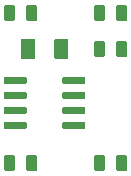
<source format=gtp>
%TF.GenerationSoftware,KiCad,Pcbnew,5.1.5+dfsg1-2build2*%
%TF.CreationDate,2021-05-01T03:04:30+02:00*%
%TF.ProjectId,myocular0.5.1d,6d796f63-756c-4617-9230-2e352e31642e,rev?*%
%TF.SameCoordinates,Original*%
%TF.FileFunction,Paste,Top*%
%TF.FilePolarity,Positive*%
%FSLAX46Y46*%
G04 Gerber Fmt 4.6, Leading zero omitted, Abs format (unit mm)*
G04 Created by KiCad (PCBNEW 5.1.5+dfsg1-2build2) date 2021-05-01 03:04:30*
%MOMM*%
%LPD*%
G04 APERTURE LIST*
%ADD10C,0.100000*%
G04 APERTURE END LIST*
D10*
G36*
X25288703Y-25735722D02*
G01*
X25303264Y-25737882D01*
X25317543Y-25741459D01*
X25331403Y-25746418D01*
X25344710Y-25752712D01*
X25357336Y-25760280D01*
X25369159Y-25769048D01*
X25380066Y-25778934D01*
X25389952Y-25789841D01*
X25398720Y-25801664D01*
X25406288Y-25814290D01*
X25412582Y-25827597D01*
X25417541Y-25841457D01*
X25421118Y-25855736D01*
X25423278Y-25870297D01*
X25424000Y-25885000D01*
X25424000Y-26185000D01*
X25423278Y-26199703D01*
X25421118Y-26214264D01*
X25417541Y-26228543D01*
X25412582Y-26242403D01*
X25406288Y-26255710D01*
X25398720Y-26268336D01*
X25389952Y-26280159D01*
X25380066Y-26291066D01*
X25369159Y-26300952D01*
X25357336Y-26309720D01*
X25344710Y-26317288D01*
X25331403Y-26323582D01*
X25317543Y-26328541D01*
X25303264Y-26332118D01*
X25288703Y-26334278D01*
X25274000Y-26335000D01*
X23624000Y-26335000D01*
X23609297Y-26334278D01*
X23594736Y-26332118D01*
X23580457Y-26328541D01*
X23566597Y-26323582D01*
X23553290Y-26317288D01*
X23540664Y-26309720D01*
X23528841Y-26300952D01*
X23517934Y-26291066D01*
X23508048Y-26280159D01*
X23499280Y-26268336D01*
X23491712Y-26255710D01*
X23485418Y-26242403D01*
X23480459Y-26228543D01*
X23476882Y-26214264D01*
X23474722Y-26199703D01*
X23474000Y-26185000D01*
X23474000Y-25885000D01*
X23474722Y-25870297D01*
X23476882Y-25855736D01*
X23480459Y-25841457D01*
X23485418Y-25827597D01*
X23491712Y-25814290D01*
X23499280Y-25801664D01*
X23508048Y-25789841D01*
X23517934Y-25778934D01*
X23528841Y-25769048D01*
X23540664Y-25760280D01*
X23553290Y-25752712D01*
X23566597Y-25746418D01*
X23580457Y-25741459D01*
X23594736Y-25737882D01*
X23609297Y-25735722D01*
X23624000Y-25735000D01*
X25274000Y-25735000D01*
X25288703Y-25735722D01*
G37*
G36*
X25288703Y-27005722D02*
G01*
X25303264Y-27007882D01*
X25317543Y-27011459D01*
X25331403Y-27016418D01*
X25344710Y-27022712D01*
X25357336Y-27030280D01*
X25369159Y-27039048D01*
X25380066Y-27048934D01*
X25389952Y-27059841D01*
X25398720Y-27071664D01*
X25406288Y-27084290D01*
X25412582Y-27097597D01*
X25417541Y-27111457D01*
X25421118Y-27125736D01*
X25423278Y-27140297D01*
X25424000Y-27155000D01*
X25424000Y-27455000D01*
X25423278Y-27469703D01*
X25421118Y-27484264D01*
X25417541Y-27498543D01*
X25412582Y-27512403D01*
X25406288Y-27525710D01*
X25398720Y-27538336D01*
X25389952Y-27550159D01*
X25380066Y-27561066D01*
X25369159Y-27570952D01*
X25357336Y-27579720D01*
X25344710Y-27587288D01*
X25331403Y-27593582D01*
X25317543Y-27598541D01*
X25303264Y-27602118D01*
X25288703Y-27604278D01*
X25274000Y-27605000D01*
X23624000Y-27605000D01*
X23609297Y-27604278D01*
X23594736Y-27602118D01*
X23580457Y-27598541D01*
X23566597Y-27593582D01*
X23553290Y-27587288D01*
X23540664Y-27579720D01*
X23528841Y-27570952D01*
X23517934Y-27561066D01*
X23508048Y-27550159D01*
X23499280Y-27538336D01*
X23491712Y-27525710D01*
X23485418Y-27512403D01*
X23480459Y-27498543D01*
X23476882Y-27484264D01*
X23474722Y-27469703D01*
X23474000Y-27455000D01*
X23474000Y-27155000D01*
X23474722Y-27140297D01*
X23476882Y-27125736D01*
X23480459Y-27111457D01*
X23485418Y-27097597D01*
X23491712Y-27084290D01*
X23499280Y-27071664D01*
X23508048Y-27059841D01*
X23517934Y-27048934D01*
X23528841Y-27039048D01*
X23540664Y-27030280D01*
X23553290Y-27022712D01*
X23566597Y-27016418D01*
X23580457Y-27011459D01*
X23594736Y-27007882D01*
X23609297Y-27005722D01*
X23624000Y-27005000D01*
X25274000Y-27005000D01*
X25288703Y-27005722D01*
G37*
G36*
X25288703Y-28275722D02*
G01*
X25303264Y-28277882D01*
X25317543Y-28281459D01*
X25331403Y-28286418D01*
X25344710Y-28292712D01*
X25357336Y-28300280D01*
X25369159Y-28309048D01*
X25380066Y-28318934D01*
X25389952Y-28329841D01*
X25398720Y-28341664D01*
X25406288Y-28354290D01*
X25412582Y-28367597D01*
X25417541Y-28381457D01*
X25421118Y-28395736D01*
X25423278Y-28410297D01*
X25424000Y-28425000D01*
X25424000Y-28725000D01*
X25423278Y-28739703D01*
X25421118Y-28754264D01*
X25417541Y-28768543D01*
X25412582Y-28782403D01*
X25406288Y-28795710D01*
X25398720Y-28808336D01*
X25389952Y-28820159D01*
X25380066Y-28831066D01*
X25369159Y-28840952D01*
X25357336Y-28849720D01*
X25344710Y-28857288D01*
X25331403Y-28863582D01*
X25317543Y-28868541D01*
X25303264Y-28872118D01*
X25288703Y-28874278D01*
X25274000Y-28875000D01*
X23624000Y-28875000D01*
X23609297Y-28874278D01*
X23594736Y-28872118D01*
X23580457Y-28868541D01*
X23566597Y-28863582D01*
X23553290Y-28857288D01*
X23540664Y-28849720D01*
X23528841Y-28840952D01*
X23517934Y-28831066D01*
X23508048Y-28820159D01*
X23499280Y-28808336D01*
X23491712Y-28795710D01*
X23485418Y-28782403D01*
X23480459Y-28768543D01*
X23476882Y-28754264D01*
X23474722Y-28739703D01*
X23474000Y-28725000D01*
X23474000Y-28425000D01*
X23474722Y-28410297D01*
X23476882Y-28395736D01*
X23480459Y-28381457D01*
X23485418Y-28367597D01*
X23491712Y-28354290D01*
X23499280Y-28341664D01*
X23508048Y-28329841D01*
X23517934Y-28318934D01*
X23528841Y-28309048D01*
X23540664Y-28300280D01*
X23553290Y-28292712D01*
X23566597Y-28286418D01*
X23580457Y-28281459D01*
X23594736Y-28277882D01*
X23609297Y-28275722D01*
X23624000Y-28275000D01*
X25274000Y-28275000D01*
X25288703Y-28275722D01*
G37*
G36*
X25288703Y-29545722D02*
G01*
X25303264Y-29547882D01*
X25317543Y-29551459D01*
X25331403Y-29556418D01*
X25344710Y-29562712D01*
X25357336Y-29570280D01*
X25369159Y-29579048D01*
X25380066Y-29588934D01*
X25389952Y-29599841D01*
X25398720Y-29611664D01*
X25406288Y-29624290D01*
X25412582Y-29637597D01*
X25417541Y-29651457D01*
X25421118Y-29665736D01*
X25423278Y-29680297D01*
X25424000Y-29695000D01*
X25424000Y-29995000D01*
X25423278Y-30009703D01*
X25421118Y-30024264D01*
X25417541Y-30038543D01*
X25412582Y-30052403D01*
X25406288Y-30065710D01*
X25398720Y-30078336D01*
X25389952Y-30090159D01*
X25380066Y-30101066D01*
X25369159Y-30110952D01*
X25357336Y-30119720D01*
X25344710Y-30127288D01*
X25331403Y-30133582D01*
X25317543Y-30138541D01*
X25303264Y-30142118D01*
X25288703Y-30144278D01*
X25274000Y-30145000D01*
X23624000Y-30145000D01*
X23609297Y-30144278D01*
X23594736Y-30142118D01*
X23580457Y-30138541D01*
X23566597Y-30133582D01*
X23553290Y-30127288D01*
X23540664Y-30119720D01*
X23528841Y-30110952D01*
X23517934Y-30101066D01*
X23508048Y-30090159D01*
X23499280Y-30078336D01*
X23491712Y-30065710D01*
X23485418Y-30052403D01*
X23480459Y-30038543D01*
X23476882Y-30024264D01*
X23474722Y-30009703D01*
X23474000Y-29995000D01*
X23474000Y-29695000D01*
X23474722Y-29680297D01*
X23476882Y-29665736D01*
X23480459Y-29651457D01*
X23485418Y-29637597D01*
X23491712Y-29624290D01*
X23499280Y-29611664D01*
X23508048Y-29599841D01*
X23517934Y-29588934D01*
X23528841Y-29579048D01*
X23540664Y-29570280D01*
X23553290Y-29562712D01*
X23566597Y-29556418D01*
X23580457Y-29551459D01*
X23594736Y-29547882D01*
X23609297Y-29545722D01*
X23624000Y-29545000D01*
X25274000Y-29545000D01*
X25288703Y-29545722D01*
G37*
G36*
X30238703Y-29545722D02*
G01*
X30253264Y-29547882D01*
X30267543Y-29551459D01*
X30281403Y-29556418D01*
X30294710Y-29562712D01*
X30307336Y-29570280D01*
X30319159Y-29579048D01*
X30330066Y-29588934D01*
X30339952Y-29599841D01*
X30348720Y-29611664D01*
X30356288Y-29624290D01*
X30362582Y-29637597D01*
X30367541Y-29651457D01*
X30371118Y-29665736D01*
X30373278Y-29680297D01*
X30374000Y-29695000D01*
X30374000Y-29995000D01*
X30373278Y-30009703D01*
X30371118Y-30024264D01*
X30367541Y-30038543D01*
X30362582Y-30052403D01*
X30356288Y-30065710D01*
X30348720Y-30078336D01*
X30339952Y-30090159D01*
X30330066Y-30101066D01*
X30319159Y-30110952D01*
X30307336Y-30119720D01*
X30294710Y-30127288D01*
X30281403Y-30133582D01*
X30267543Y-30138541D01*
X30253264Y-30142118D01*
X30238703Y-30144278D01*
X30224000Y-30145000D01*
X28574000Y-30145000D01*
X28559297Y-30144278D01*
X28544736Y-30142118D01*
X28530457Y-30138541D01*
X28516597Y-30133582D01*
X28503290Y-30127288D01*
X28490664Y-30119720D01*
X28478841Y-30110952D01*
X28467934Y-30101066D01*
X28458048Y-30090159D01*
X28449280Y-30078336D01*
X28441712Y-30065710D01*
X28435418Y-30052403D01*
X28430459Y-30038543D01*
X28426882Y-30024264D01*
X28424722Y-30009703D01*
X28424000Y-29995000D01*
X28424000Y-29695000D01*
X28424722Y-29680297D01*
X28426882Y-29665736D01*
X28430459Y-29651457D01*
X28435418Y-29637597D01*
X28441712Y-29624290D01*
X28449280Y-29611664D01*
X28458048Y-29599841D01*
X28467934Y-29588934D01*
X28478841Y-29579048D01*
X28490664Y-29570280D01*
X28503290Y-29562712D01*
X28516597Y-29556418D01*
X28530457Y-29551459D01*
X28544736Y-29547882D01*
X28559297Y-29545722D01*
X28574000Y-29545000D01*
X30224000Y-29545000D01*
X30238703Y-29545722D01*
G37*
G36*
X30238703Y-28275722D02*
G01*
X30253264Y-28277882D01*
X30267543Y-28281459D01*
X30281403Y-28286418D01*
X30294710Y-28292712D01*
X30307336Y-28300280D01*
X30319159Y-28309048D01*
X30330066Y-28318934D01*
X30339952Y-28329841D01*
X30348720Y-28341664D01*
X30356288Y-28354290D01*
X30362582Y-28367597D01*
X30367541Y-28381457D01*
X30371118Y-28395736D01*
X30373278Y-28410297D01*
X30374000Y-28425000D01*
X30374000Y-28725000D01*
X30373278Y-28739703D01*
X30371118Y-28754264D01*
X30367541Y-28768543D01*
X30362582Y-28782403D01*
X30356288Y-28795710D01*
X30348720Y-28808336D01*
X30339952Y-28820159D01*
X30330066Y-28831066D01*
X30319159Y-28840952D01*
X30307336Y-28849720D01*
X30294710Y-28857288D01*
X30281403Y-28863582D01*
X30267543Y-28868541D01*
X30253264Y-28872118D01*
X30238703Y-28874278D01*
X30224000Y-28875000D01*
X28574000Y-28875000D01*
X28559297Y-28874278D01*
X28544736Y-28872118D01*
X28530457Y-28868541D01*
X28516597Y-28863582D01*
X28503290Y-28857288D01*
X28490664Y-28849720D01*
X28478841Y-28840952D01*
X28467934Y-28831066D01*
X28458048Y-28820159D01*
X28449280Y-28808336D01*
X28441712Y-28795710D01*
X28435418Y-28782403D01*
X28430459Y-28768543D01*
X28426882Y-28754264D01*
X28424722Y-28739703D01*
X28424000Y-28725000D01*
X28424000Y-28425000D01*
X28424722Y-28410297D01*
X28426882Y-28395736D01*
X28430459Y-28381457D01*
X28435418Y-28367597D01*
X28441712Y-28354290D01*
X28449280Y-28341664D01*
X28458048Y-28329841D01*
X28467934Y-28318934D01*
X28478841Y-28309048D01*
X28490664Y-28300280D01*
X28503290Y-28292712D01*
X28516597Y-28286418D01*
X28530457Y-28281459D01*
X28544736Y-28277882D01*
X28559297Y-28275722D01*
X28574000Y-28275000D01*
X30224000Y-28275000D01*
X30238703Y-28275722D01*
G37*
G36*
X30238703Y-27005722D02*
G01*
X30253264Y-27007882D01*
X30267543Y-27011459D01*
X30281403Y-27016418D01*
X30294710Y-27022712D01*
X30307336Y-27030280D01*
X30319159Y-27039048D01*
X30330066Y-27048934D01*
X30339952Y-27059841D01*
X30348720Y-27071664D01*
X30356288Y-27084290D01*
X30362582Y-27097597D01*
X30367541Y-27111457D01*
X30371118Y-27125736D01*
X30373278Y-27140297D01*
X30374000Y-27155000D01*
X30374000Y-27455000D01*
X30373278Y-27469703D01*
X30371118Y-27484264D01*
X30367541Y-27498543D01*
X30362582Y-27512403D01*
X30356288Y-27525710D01*
X30348720Y-27538336D01*
X30339952Y-27550159D01*
X30330066Y-27561066D01*
X30319159Y-27570952D01*
X30307336Y-27579720D01*
X30294710Y-27587288D01*
X30281403Y-27593582D01*
X30267543Y-27598541D01*
X30253264Y-27602118D01*
X30238703Y-27604278D01*
X30224000Y-27605000D01*
X28574000Y-27605000D01*
X28559297Y-27604278D01*
X28544736Y-27602118D01*
X28530457Y-27598541D01*
X28516597Y-27593582D01*
X28503290Y-27587288D01*
X28490664Y-27579720D01*
X28478841Y-27570952D01*
X28467934Y-27561066D01*
X28458048Y-27550159D01*
X28449280Y-27538336D01*
X28441712Y-27525710D01*
X28435418Y-27512403D01*
X28430459Y-27498543D01*
X28426882Y-27484264D01*
X28424722Y-27469703D01*
X28424000Y-27455000D01*
X28424000Y-27155000D01*
X28424722Y-27140297D01*
X28426882Y-27125736D01*
X28430459Y-27111457D01*
X28435418Y-27097597D01*
X28441712Y-27084290D01*
X28449280Y-27071664D01*
X28458048Y-27059841D01*
X28467934Y-27048934D01*
X28478841Y-27039048D01*
X28490664Y-27030280D01*
X28503290Y-27022712D01*
X28516597Y-27016418D01*
X28530457Y-27011459D01*
X28544736Y-27007882D01*
X28559297Y-27005722D01*
X28574000Y-27005000D01*
X30224000Y-27005000D01*
X30238703Y-27005722D01*
G37*
G36*
X30238703Y-25735722D02*
G01*
X30253264Y-25737882D01*
X30267543Y-25741459D01*
X30281403Y-25746418D01*
X30294710Y-25752712D01*
X30307336Y-25760280D01*
X30319159Y-25769048D01*
X30330066Y-25778934D01*
X30339952Y-25789841D01*
X30348720Y-25801664D01*
X30356288Y-25814290D01*
X30362582Y-25827597D01*
X30367541Y-25841457D01*
X30371118Y-25855736D01*
X30373278Y-25870297D01*
X30374000Y-25885000D01*
X30374000Y-26185000D01*
X30373278Y-26199703D01*
X30371118Y-26214264D01*
X30367541Y-26228543D01*
X30362582Y-26242403D01*
X30356288Y-26255710D01*
X30348720Y-26268336D01*
X30339952Y-26280159D01*
X30330066Y-26291066D01*
X30319159Y-26300952D01*
X30307336Y-26309720D01*
X30294710Y-26317288D01*
X30281403Y-26323582D01*
X30267543Y-26328541D01*
X30253264Y-26332118D01*
X30238703Y-26334278D01*
X30224000Y-26335000D01*
X28574000Y-26335000D01*
X28559297Y-26334278D01*
X28544736Y-26332118D01*
X28530457Y-26328541D01*
X28516597Y-26323582D01*
X28503290Y-26317288D01*
X28490664Y-26309720D01*
X28478841Y-26300952D01*
X28467934Y-26291066D01*
X28458048Y-26280159D01*
X28449280Y-26268336D01*
X28441712Y-26255710D01*
X28435418Y-26242403D01*
X28430459Y-26228543D01*
X28426882Y-26214264D01*
X28424722Y-26199703D01*
X28424000Y-26185000D01*
X28424000Y-25885000D01*
X28424722Y-25870297D01*
X28426882Y-25855736D01*
X28430459Y-25841457D01*
X28435418Y-25827597D01*
X28441712Y-25814290D01*
X28449280Y-25801664D01*
X28458048Y-25789841D01*
X28467934Y-25778934D01*
X28478841Y-25769048D01*
X28490664Y-25760280D01*
X28503290Y-25752712D01*
X28516597Y-25746418D01*
X28530457Y-25741459D01*
X28544736Y-25737882D01*
X28559297Y-25735722D01*
X28574000Y-25735000D01*
X30224000Y-25735000D01*
X30238703Y-25735722D01*
G37*
G36*
X31842142Y-32321174D02*
G01*
X31865803Y-32324684D01*
X31889007Y-32330496D01*
X31911529Y-32338554D01*
X31933153Y-32348782D01*
X31953670Y-32361079D01*
X31972883Y-32375329D01*
X31990607Y-32391393D01*
X32006671Y-32409117D01*
X32020921Y-32428330D01*
X32033218Y-32448847D01*
X32043446Y-32470471D01*
X32051504Y-32492993D01*
X32057316Y-32516197D01*
X32060826Y-32539858D01*
X32062000Y-32563750D01*
X32062000Y-33476250D01*
X32060826Y-33500142D01*
X32057316Y-33523803D01*
X32051504Y-33547007D01*
X32043446Y-33569529D01*
X32033218Y-33591153D01*
X32020921Y-33611670D01*
X32006671Y-33630883D01*
X31990607Y-33648607D01*
X31972883Y-33664671D01*
X31953670Y-33678921D01*
X31933153Y-33691218D01*
X31911529Y-33701446D01*
X31889007Y-33709504D01*
X31865803Y-33715316D01*
X31842142Y-33718826D01*
X31818250Y-33720000D01*
X31330750Y-33720000D01*
X31306858Y-33718826D01*
X31283197Y-33715316D01*
X31259993Y-33709504D01*
X31237471Y-33701446D01*
X31215847Y-33691218D01*
X31195330Y-33678921D01*
X31176117Y-33664671D01*
X31158393Y-33648607D01*
X31142329Y-33630883D01*
X31128079Y-33611670D01*
X31115782Y-33591153D01*
X31105554Y-33569529D01*
X31097496Y-33547007D01*
X31091684Y-33523803D01*
X31088174Y-33500142D01*
X31087000Y-33476250D01*
X31087000Y-32563750D01*
X31088174Y-32539858D01*
X31091684Y-32516197D01*
X31097496Y-32492993D01*
X31105554Y-32470471D01*
X31115782Y-32448847D01*
X31128079Y-32428330D01*
X31142329Y-32409117D01*
X31158393Y-32391393D01*
X31176117Y-32375329D01*
X31195330Y-32361079D01*
X31215847Y-32348782D01*
X31237471Y-32338554D01*
X31259993Y-32330496D01*
X31283197Y-32324684D01*
X31306858Y-32321174D01*
X31330750Y-32320000D01*
X31818250Y-32320000D01*
X31842142Y-32321174D01*
G37*
G36*
X33717142Y-32321174D02*
G01*
X33740803Y-32324684D01*
X33764007Y-32330496D01*
X33786529Y-32338554D01*
X33808153Y-32348782D01*
X33828670Y-32361079D01*
X33847883Y-32375329D01*
X33865607Y-32391393D01*
X33881671Y-32409117D01*
X33895921Y-32428330D01*
X33908218Y-32448847D01*
X33918446Y-32470471D01*
X33926504Y-32492993D01*
X33932316Y-32516197D01*
X33935826Y-32539858D01*
X33937000Y-32563750D01*
X33937000Y-33476250D01*
X33935826Y-33500142D01*
X33932316Y-33523803D01*
X33926504Y-33547007D01*
X33918446Y-33569529D01*
X33908218Y-33591153D01*
X33895921Y-33611670D01*
X33881671Y-33630883D01*
X33865607Y-33648607D01*
X33847883Y-33664671D01*
X33828670Y-33678921D01*
X33808153Y-33691218D01*
X33786529Y-33701446D01*
X33764007Y-33709504D01*
X33740803Y-33715316D01*
X33717142Y-33718826D01*
X33693250Y-33720000D01*
X33205750Y-33720000D01*
X33181858Y-33718826D01*
X33158197Y-33715316D01*
X33134993Y-33709504D01*
X33112471Y-33701446D01*
X33090847Y-33691218D01*
X33070330Y-33678921D01*
X33051117Y-33664671D01*
X33033393Y-33648607D01*
X33017329Y-33630883D01*
X33003079Y-33611670D01*
X32990782Y-33591153D01*
X32980554Y-33569529D01*
X32972496Y-33547007D01*
X32966684Y-33523803D01*
X32963174Y-33500142D01*
X32962000Y-33476250D01*
X32962000Y-32563750D01*
X32963174Y-32539858D01*
X32966684Y-32516197D01*
X32972496Y-32492993D01*
X32980554Y-32470471D01*
X32990782Y-32448847D01*
X33003079Y-32428330D01*
X33017329Y-32409117D01*
X33033393Y-32391393D01*
X33051117Y-32375329D01*
X33070330Y-32361079D01*
X33090847Y-32348782D01*
X33112471Y-32338554D01*
X33134993Y-32330496D01*
X33158197Y-32324684D01*
X33181858Y-32321174D01*
X33205750Y-32320000D01*
X33693250Y-32320000D01*
X33717142Y-32321174D01*
G37*
G36*
X31842142Y-19621174D02*
G01*
X31865803Y-19624684D01*
X31889007Y-19630496D01*
X31911529Y-19638554D01*
X31933153Y-19648782D01*
X31953670Y-19661079D01*
X31972883Y-19675329D01*
X31990607Y-19691393D01*
X32006671Y-19709117D01*
X32020921Y-19728330D01*
X32033218Y-19748847D01*
X32043446Y-19770471D01*
X32051504Y-19792993D01*
X32057316Y-19816197D01*
X32060826Y-19839858D01*
X32062000Y-19863750D01*
X32062000Y-20776250D01*
X32060826Y-20800142D01*
X32057316Y-20823803D01*
X32051504Y-20847007D01*
X32043446Y-20869529D01*
X32033218Y-20891153D01*
X32020921Y-20911670D01*
X32006671Y-20930883D01*
X31990607Y-20948607D01*
X31972883Y-20964671D01*
X31953670Y-20978921D01*
X31933153Y-20991218D01*
X31911529Y-21001446D01*
X31889007Y-21009504D01*
X31865803Y-21015316D01*
X31842142Y-21018826D01*
X31818250Y-21020000D01*
X31330750Y-21020000D01*
X31306858Y-21018826D01*
X31283197Y-21015316D01*
X31259993Y-21009504D01*
X31237471Y-21001446D01*
X31215847Y-20991218D01*
X31195330Y-20978921D01*
X31176117Y-20964671D01*
X31158393Y-20948607D01*
X31142329Y-20930883D01*
X31128079Y-20911670D01*
X31115782Y-20891153D01*
X31105554Y-20869529D01*
X31097496Y-20847007D01*
X31091684Y-20823803D01*
X31088174Y-20800142D01*
X31087000Y-20776250D01*
X31087000Y-19863750D01*
X31088174Y-19839858D01*
X31091684Y-19816197D01*
X31097496Y-19792993D01*
X31105554Y-19770471D01*
X31115782Y-19748847D01*
X31128079Y-19728330D01*
X31142329Y-19709117D01*
X31158393Y-19691393D01*
X31176117Y-19675329D01*
X31195330Y-19661079D01*
X31215847Y-19648782D01*
X31237471Y-19638554D01*
X31259993Y-19630496D01*
X31283197Y-19624684D01*
X31306858Y-19621174D01*
X31330750Y-19620000D01*
X31818250Y-19620000D01*
X31842142Y-19621174D01*
G37*
G36*
X33717142Y-19621174D02*
G01*
X33740803Y-19624684D01*
X33764007Y-19630496D01*
X33786529Y-19638554D01*
X33808153Y-19648782D01*
X33828670Y-19661079D01*
X33847883Y-19675329D01*
X33865607Y-19691393D01*
X33881671Y-19709117D01*
X33895921Y-19728330D01*
X33908218Y-19748847D01*
X33918446Y-19770471D01*
X33926504Y-19792993D01*
X33932316Y-19816197D01*
X33935826Y-19839858D01*
X33937000Y-19863750D01*
X33937000Y-20776250D01*
X33935826Y-20800142D01*
X33932316Y-20823803D01*
X33926504Y-20847007D01*
X33918446Y-20869529D01*
X33908218Y-20891153D01*
X33895921Y-20911670D01*
X33881671Y-20930883D01*
X33865607Y-20948607D01*
X33847883Y-20964671D01*
X33828670Y-20978921D01*
X33808153Y-20991218D01*
X33786529Y-21001446D01*
X33764007Y-21009504D01*
X33740803Y-21015316D01*
X33717142Y-21018826D01*
X33693250Y-21020000D01*
X33205750Y-21020000D01*
X33181858Y-21018826D01*
X33158197Y-21015316D01*
X33134993Y-21009504D01*
X33112471Y-21001446D01*
X33090847Y-20991218D01*
X33070330Y-20978921D01*
X33051117Y-20964671D01*
X33033393Y-20948607D01*
X33017329Y-20930883D01*
X33003079Y-20911670D01*
X32990782Y-20891153D01*
X32980554Y-20869529D01*
X32972496Y-20847007D01*
X32966684Y-20823803D01*
X32963174Y-20800142D01*
X32962000Y-20776250D01*
X32962000Y-19863750D01*
X32963174Y-19839858D01*
X32966684Y-19816197D01*
X32972496Y-19792993D01*
X32980554Y-19770471D01*
X32990782Y-19748847D01*
X33003079Y-19728330D01*
X33017329Y-19709117D01*
X33033393Y-19691393D01*
X33051117Y-19675329D01*
X33070330Y-19661079D01*
X33090847Y-19648782D01*
X33112471Y-19638554D01*
X33134993Y-19630496D01*
X33158197Y-19624684D01*
X33181858Y-19621174D01*
X33205750Y-19620000D01*
X33693250Y-19620000D01*
X33717142Y-19621174D01*
G37*
G36*
X25923504Y-22494204D02*
G01*
X25947773Y-22497804D01*
X25971571Y-22503765D01*
X25994671Y-22512030D01*
X26016849Y-22522520D01*
X26037893Y-22535133D01*
X26057598Y-22549747D01*
X26075777Y-22566223D01*
X26092253Y-22584402D01*
X26106867Y-22604107D01*
X26119480Y-22625151D01*
X26129970Y-22647329D01*
X26138235Y-22670429D01*
X26144196Y-22694227D01*
X26147796Y-22718496D01*
X26149000Y-22743000D01*
X26149000Y-23993000D01*
X26147796Y-24017504D01*
X26144196Y-24041773D01*
X26138235Y-24065571D01*
X26129970Y-24088671D01*
X26119480Y-24110849D01*
X26106867Y-24131893D01*
X26092253Y-24151598D01*
X26075777Y-24169777D01*
X26057598Y-24186253D01*
X26037893Y-24200867D01*
X26016849Y-24213480D01*
X25994671Y-24223970D01*
X25971571Y-24232235D01*
X25947773Y-24238196D01*
X25923504Y-24241796D01*
X25899000Y-24243000D01*
X25149000Y-24243000D01*
X25124496Y-24241796D01*
X25100227Y-24238196D01*
X25076429Y-24232235D01*
X25053329Y-24223970D01*
X25031151Y-24213480D01*
X25010107Y-24200867D01*
X24990402Y-24186253D01*
X24972223Y-24169777D01*
X24955747Y-24151598D01*
X24941133Y-24131893D01*
X24928520Y-24110849D01*
X24918030Y-24088671D01*
X24909765Y-24065571D01*
X24903804Y-24041773D01*
X24900204Y-24017504D01*
X24899000Y-23993000D01*
X24899000Y-22743000D01*
X24900204Y-22718496D01*
X24903804Y-22694227D01*
X24909765Y-22670429D01*
X24918030Y-22647329D01*
X24928520Y-22625151D01*
X24941133Y-22604107D01*
X24955747Y-22584402D01*
X24972223Y-22566223D01*
X24990402Y-22549747D01*
X25010107Y-22535133D01*
X25031151Y-22522520D01*
X25053329Y-22512030D01*
X25076429Y-22503765D01*
X25100227Y-22497804D01*
X25124496Y-22494204D01*
X25149000Y-22493000D01*
X25899000Y-22493000D01*
X25923504Y-22494204D01*
G37*
G36*
X28723504Y-22494204D02*
G01*
X28747773Y-22497804D01*
X28771571Y-22503765D01*
X28794671Y-22512030D01*
X28816849Y-22522520D01*
X28837893Y-22535133D01*
X28857598Y-22549747D01*
X28875777Y-22566223D01*
X28892253Y-22584402D01*
X28906867Y-22604107D01*
X28919480Y-22625151D01*
X28929970Y-22647329D01*
X28938235Y-22670429D01*
X28944196Y-22694227D01*
X28947796Y-22718496D01*
X28949000Y-22743000D01*
X28949000Y-23993000D01*
X28947796Y-24017504D01*
X28944196Y-24041773D01*
X28938235Y-24065571D01*
X28929970Y-24088671D01*
X28919480Y-24110849D01*
X28906867Y-24131893D01*
X28892253Y-24151598D01*
X28875777Y-24169777D01*
X28857598Y-24186253D01*
X28837893Y-24200867D01*
X28816849Y-24213480D01*
X28794671Y-24223970D01*
X28771571Y-24232235D01*
X28747773Y-24238196D01*
X28723504Y-24241796D01*
X28699000Y-24243000D01*
X27949000Y-24243000D01*
X27924496Y-24241796D01*
X27900227Y-24238196D01*
X27876429Y-24232235D01*
X27853329Y-24223970D01*
X27831151Y-24213480D01*
X27810107Y-24200867D01*
X27790402Y-24186253D01*
X27772223Y-24169777D01*
X27755747Y-24151598D01*
X27741133Y-24131893D01*
X27728520Y-24110849D01*
X27718030Y-24088671D01*
X27709765Y-24065571D01*
X27703804Y-24041773D01*
X27700204Y-24017504D01*
X27699000Y-23993000D01*
X27699000Y-22743000D01*
X27700204Y-22718496D01*
X27703804Y-22694227D01*
X27709765Y-22670429D01*
X27718030Y-22647329D01*
X27728520Y-22625151D01*
X27741133Y-22604107D01*
X27755747Y-22584402D01*
X27772223Y-22566223D01*
X27790402Y-22549747D01*
X27810107Y-22535133D01*
X27831151Y-22522520D01*
X27853329Y-22512030D01*
X27876429Y-22503765D01*
X27900227Y-22497804D01*
X27924496Y-22494204D01*
X27949000Y-22493000D01*
X28699000Y-22493000D01*
X28723504Y-22494204D01*
G37*
G36*
X24222142Y-32321174D02*
G01*
X24245803Y-32324684D01*
X24269007Y-32330496D01*
X24291529Y-32338554D01*
X24313153Y-32348782D01*
X24333670Y-32361079D01*
X24352883Y-32375329D01*
X24370607Y-32391393D01*
X24386671Y-32409117D01*
X24400921Y-32428330D01*
X24413218Y-32448847D01*
X24423446Y-32470471D01*
X24431504Y-32492993D01*
X24437316Y-32516197D01*
X24440826Y-32539858D01*
X24442000Y-32563750D01*
X24442000Y-33476250D01*
X24440826Y-33500142D01*
X24437316Y-33523803D01*
X24431504Y-33547007D01*
X24423446Y-33569529D01*
X24413218Y-33591153D01*
X24400921Y-33611670D01*
X24386671Y-33630883D01*
X24370607Y-33648607D01*
X24352883Y-33664671D01*
X24333670Y-33678921D01*
X24313153Y-33691218D01*
X24291529Y-33701446D01*
X24269007Y-33709504D01*
X24245803Y-33715316D01*
X24222142Y-33718826D01*
X24198250Y-33720000D01*
X23710750Y-33720000D01*
X23686858Y-33718826D01*
X23663197Y-33715316D01*
X23639993Y-33709504D01*
X23617471Y-33701446D01*
X23595847Y-33691218D01*
X23575330Y-33678921D01*
X23556117Y-33664671D01*
X23538393Y-33648607D01*
X23522329Y-33630883D01*
X23508079Y-33611670D01*
X23495782Y-33591153D01*
X23485554Y-33569529D01*
X23477496Y-33547007D01*
X23471684Y-33523803D01*
X23468174Y-33500142D01*
X23467000Y-33476250D01*
X23467000Y-32563750D01*
X23468174Y-32539858D01*
X23471684Y-32516197D01*
X23477496Y-32492993D01*
X23485554Y-32470471D01*
X23495782Y-32448847D01*
X23508079Y-32428330D01*
X23522329Y-32409117D01*
X23538393Y-32391393D01*
X23556117Y-32375329D01*
X23575330Y-32361079D01*
X23595847Y-32348782D01*
X23617471Y-32338554D01*
X23639993Y-32330496D01*
X23663197Y-32324684D01*
X23686858Y-32321174D01*
X23710750Y-32320000D01*
X24198250Y-32320000D01*
X24222142Y-32321174D01*
G37*
G36*
X26097142Y-32321174D02*
G01*
X26120803Y-32324684D01*
X26144007Y-32330496D01*
X26166529Y-32338554D01*
X26188153Y-32348782D01*
X26208670Y-32361079D01*
X26227883Y-32375329D01*
X26245607Y-32391393D01*
X26261671Y-32409117D01*
X26275921Y-32428330D01*
X26288218Y-32448847D01*
X26298446Y-32470471D01*
X26306504Y-32492993D01*
X26312316Y-32516197D01*
X26315826Y-32539858D01*
X26317000Y-32563750D01*
X26317000Y-33476250D01*
X26315826Y-33500142D01*
X26312316Y-33523803D01*
X26306504Y-33547007D01*
X26298446Y-33569529D01*
X26288218Y-33591153D01*
X26275921Y-33611670D01*
X26261671Y-33630883D01*
X26245607Y-33648607D01*
X26227883Y-33664671D01*
X26208670Y-33678921D01*
X26188153Y-33691218D01*
X26166529Y-33701446D01*
X26144007Y-33709504D01*
X26120803Y-33715316D01*
X26097142Y-33718826D01*
X26073250Y-33720000D01*
X25585750Y-33720000D01*
X25561858Y-33718826D01*
X25538197Y-33715316D01*
X25514993Y-33709504D01*
X25492471Y-33701446D01*
X25470847Y-33691218D01*
X25450330Y-33678921D01*
X25431117Y-33664671D01*
X25413393Y-33648607D01*
X25397329Y-33630883D01*
X25383079Y-33611670D01*
X25370782Y-33591153D01*
X25360554Y-33569529D01*
X25352496Y-33547007D01*
X25346684Y-33523803D01*
X25343174Y-33500142D01*
X25342000Y-33476250D01*
X25342000Y-32563750D01*
X25343174Y-32539858D01*
X25346684Y-32516197D01*
X25352496Y-32492993D01*
X25360554Y-32470471D01*
X25370782Y-32448847D01*
X25383079Y-32428330D01*
X25397329Y-32409117D01*
X25413393Y-32391393D01*
X25431117Y-32375329D01*
X25450330Y-32361079D01*
X25470847Y-32348782D01*
X25492471Y-32338554D01*
X25514993Y-32330496D01*
X25538197Y-32324684D01*
X25561858Y-32321174D01*
X25585750Y-32320000D01*
X26073250Y-32320000D01*
X26097142Y-32321174D01*
G37*
G36*
X31842142Y-22669174D02*
G01*
X31865803Y-22672684D01*
X31889007Y-22678496D01*
X31911529Y-22686554D01*
X31933153Y-22696782D01*
X31953670Y-22709079D01*
X31972883Y-22723329D01*
X31990607Y-22739393D01*
X32006671Y-22757117D01*
X32020921Y-22776330D01*
X32033218Y-22796847D01*
X32043446Y-22818471D01*
X32051504Y-22840993D01*
X32057316Y-22864197D01*
X32060826Y-22887858D01*
X32062000Y-22911750D01*
X32062000Y-23824250D01*
X32060826Y-23848142D01*
X32057316Y-23871803D01*
X32051504Y-23895007D01*
X32043446Y-23917529D01*
X32033218Y-23939153D01*
X32020921Y-23959670D01*
X32006671Y-23978883D01*
X31990607Y-23996607D01*
X31972883Y-24012671D01*
X31953670Y-24026921D01*
X31933153Y-24039218D01*
X31911529Y-24049446D01*
X31889007Y-24057504D01*
X31865803Y-24063316D01*
X31842142Y-24066826D01*
X31818250Y-24068000D01*
X31330750Y-24068000D01*
X31306858Y-24066826D01*
X31283197Y-24063316D01*
X31259993Y-24057504D01*
X31237471Y-24049446D01*
X31215847Y-24039218D01*
X31195330Y-24026921D01*
X31176117Y-24012671D01*
X31158393Y-23996607D01*
X31142329Y-23978883D01*
X31128079Y-23959670D01*
X31115782Y-23939153D01*
X31105554Y-23917529D01*
X31097496Y-23895007D01*
X31091684Y-23871803D01*
X31088174Y-23848142D01*
X31087000Y-23824250D01*
X31087000Y-22911750D01*
X31088174Y-22887858D01*
X31091684Y-22864197D01*
X31097496Y-22840993D01*
X31105554Y-22818471D01*
X31115782Y-22796847D01*
X31128079Y-22776330D01*
X31142329Y-22757117D01*
X31158393Y-22739393D01*
X31176117Y-22723329D01*
X31195330Y-22709079D01*
X31215847Y-22696782D01*
X31237471Y-22686554D01*
X31259993Y-22678496D01*
X31283197Y-22672684D01*
X31306858Y-22669174D01*
X31330750Y-22668000D01*
X31818250Y-22668000D01*
X31842142Y-22669174D01*
G37*
G36*
X33717142Y-22669174D02*
G01*
X33740803Y-22672684D01*
X33764007Y-22678496D01*
X33786529Y-22686554D01*
X33808153Y-22696782D01*
X33828670Y-22709079D01*
X33847883Y-22723329D01*
X33865607Y-22739393D01*
X33881671Y-22757117D01*
X33895921Y-22776330D01*
X33908218Y-22796847D01*
X33918446Y-22818471D01*
X33926504Y-22840993D01*
X33932316Y-22864197D01*
X33935826Y-22887858D01*
X33937000Y-22911750D01*
X33937000Y-23824250D01*
X33935826Y-23848142D01*
X33932316Y-23871803D01*
X33926504Y-23895007D01*
X33918446Y-23917529D01*
X33908218Y-23939153D01*
X33895921Y-23959670D01*
X33881671Y-23978883D01*
X33865607Y-23996607D01*
X33847883Y-24012671D01*
X33828670Y-24026921D01*
X33808153Y-24039218D01*
X33786529Y-24049446D01*
X33764007Y-24057504D01*
X33740803Y-24063316D01*
X33717142Y-24066826D01*
X33693250Y-24068000D01*
X33205750Y-24068000D01*
X33181858Y-24066826D01*
X33158197Y-24063316D01*
X33134993Y-24057504D01*
X33112471Y-24049446D01*
X33090847Y-24039218D01*
X33070330Y-24026921D01*
X33051117Y-24012671D01*
X33033393Y-23996607D01*
X33017329Y-23978883D01*
X33003079Y-23959670D01*
X32990782Y-23939153D01*
X32980554Y-23917529D01*
X32972496Y-23895007D01*
X32966684Y-23871803D01*
X32963174Y-23848142D01*
X32962000Y-23824250D01*
X32962000Y-22911750D01*
X32963174Y-22887858D01*
X32966684Y-22864197D01*
X32972496Y-22840993D01*
X32980554Y-22818471D01*
X32990782Y-22796847D01*
X33003079Y-22776330D01*
X33017329Y-22757117D01*
X33033393Y-22739393D01*
X33051117Y-22723329D01*
X33070330Y-22709079D01*
X33090847Y-22696782D01*
X33112471Y-22686554D01*
X33134993Y-22678496D01*
X33158197Y-22672684D01*
X33181858Y-22669174D01*
X33205750Y-22668000D01*
X33693250Y-22668000D01*
X33717142Y-22669174D01*
G37*
G36*
X26097142Y-19621174D02*
G01*
X26120803Y-19624684D01*
X26144007Y-19630496D01*
X26166529Y-19638554D01*
X26188153Y-19648782D01*
X26208670Y-19661079D01*
X26227883Y-19675329D01*
X26245607Y-19691393D01*
X26261671Y-19709117D01*
X26275921Y-19728330D01*
X26288218Y-19748847D01*
X26298446Y-19770471D01*
X26306504Y-19792993D01*
X26312316Y-19816197D01*
X26315826Y-19839858D01*
X26317000Y-19863750D01*
X26317000Y-20776250D01*
X26315826Y-20800142D01*
X26312316Y-20823803D01*
X26306504Y-20847007D01*
X26298446Y-20869529D01*
X26288218Y-20891153D01*
X26275921Y-20911670D01*
X26261671Y-20930883D01*
X26245607Y-20948607D01*
X26227883Y-20964671D01*
X26208670Y-20978921D01*
X26188153Y-20991218D01*
X26166529Y-21001446D01*
X26144007Y-21009504D01*
X26120803Y-21015316D01*
X26097142Y-21018826D01*
X26073250Y-21020000D01*
X25585750Y-21020000D01*
X25561858Y-21018826D01*
X25538197Y-21015316D01*
X25514993Y-21009504D01*
X25492471Y-21001446D01*
X25470847Y-20991218D01*
X25450330Y-20978921D01*
X25431117Y-20964671D01*
X25413393Y-20948607D01*
X25397329Y-20930883D01*
X25383079Y-20911670D01*
X25370782Y-20891153D01*
X25360554Y-20869529D01*
X25352496Y-20847007D01*
X25346684Y-20823803D01*
X25343174Y-20800142D01*
X25342000Y-20776250D01*
X25342000Y-19863750D01*
X25343174Y-19839858D01*
X25346684Y-19816197D01*
X25352496Y-19792993D01*
X25360554Y-19770471D01*
X25370782Y-19748847D01*
X25383079Y-19728330D01*
X25397329Y-19709117D01*
X25413393Y-19691393D01*
X25431117Y-19675329D01*
X25450330Y-19661079D01*
X25470847Y-19648782D01*
X25492471Y-19638554D01*
X25514993Y-19630496D01*
X25538197Y-19624684D01*
X25561858Y-19621174D01*
X25585750Y-19620000D01*
X26073250Y-19620000D01*
X26097142Y-19621174D01*
G37*
G36*
X24222142Y-19621174D02*
G01*
X24245803Y-19624684D01*
X24269007Y-19630496D01*
X24291529Y-19638554D01*
X24313153Y-19648782D01*
X24333670Y-19661079D01*
X24352883Y-19675329D01*
X24370607Y-19691393D01*
X24386671Y-19709117D01*
X24400921Y-19728330D01*
X24413218Y-19748847D01*
X24423446Y-19770471D01*
X24431504Y-19792993D01*
X24437316Y-19816197D01*
X24440826Y-19839858D01*
X24442000Y-19863750D01*
X24442000Y-20776250D01*
X24440826Y-20800142D01*
X24437316Y-20823803D01*
X24431504Y-20847007D01*
X24423446Y-20869529D01*
X24413218Y-20891153D01*
X24400921Y-20911670D01*
X24386671Y-20930883D01*
X24370607Y-20948607D01*
X24352883Y-20964671D01*
X24333670Y-20978921D01*
X24313153Y-20991218D01*
X24291529Y-21001446D01*
X24269007Y-21009504D01*
X24245803Y-21015316D01*
X24222142Y-21018826D01*
X24198250Y-21020000D01*
X23710750Y-21020000D01*
X23686858Y-21018826D01*
X23663197Y-21015316D01*
X23639993Y-21009504D01*
X23617471Y-21001446D01*
X23595847Y-20991218D01*
X23575330Y-20978921D01*
X23556117Y-20964671D01*
X23538393Y-20948607D01*
X23522329Y-20930883D01*
X23508079Y-20911670D01*
X23495782Y-20891153D01*
X23485554Y-20869529D01*
X23477496Y-20847007D01*
X23471684Y-20823803D01*
X23468174Y-20800142D01*
X23467000Y-20776250D01*
X23467000Y-19863750D01*
X23468174Y-19839858D01*
X23471684Y-19816197D01*
X23477496Y-19792993D01*
X23485554Y-19770471D01*
X23495782Y-19748847D01*
X23508079Y-19728330D01*
X23522329Y-19709117D01*
X23538393Y-19691393D01*
X23556117Y-19675329D01*
X23575330Y-19661079D01*
X23595847Y-19648782D01*
X23617471Y-19638554D01*
X23639993Y-19630496D01*
X23663197Y-19624684D01*
X23686858Y-19621174D01*
X23710750Y-19620000D01*
X24198250Y-19620000D01*
X24222142Y-19621174D01*
G37*
M02*

</source>
